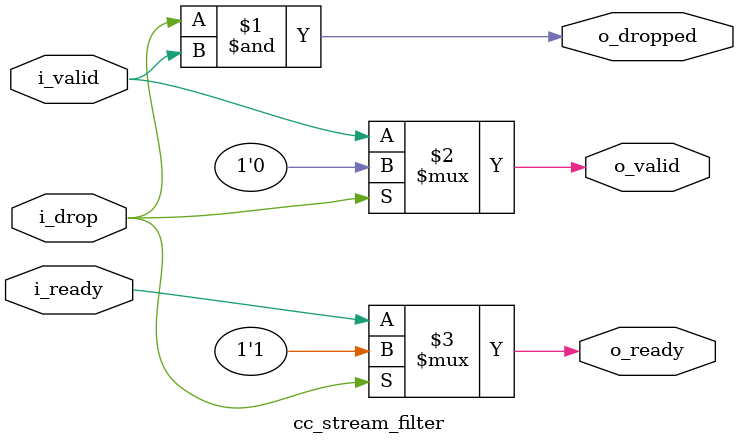
<source format=sv>

module cc_stream_filter (
  /// Drop (filter) the item out of the input stream
  input  logic i_drop,
  /// Indicats that an intput stream item was dropped
  output logic o_dropped,
  /// Input stream valid
  input  logic i_valid,
  /// Input stream ready
  output logic o_ready,
  /// Output stream valid
  output logic o_valid,
  /// Output stream ready
  input  logic i_ready
);
  assign o_dropped = i_drop & i_valid;
  assign o_valid   = i_drop ? 1'b0 : i_valid;
  assign o_ready   = i_drop ? 1'b1 : i_ready;

endmodule

</source>
